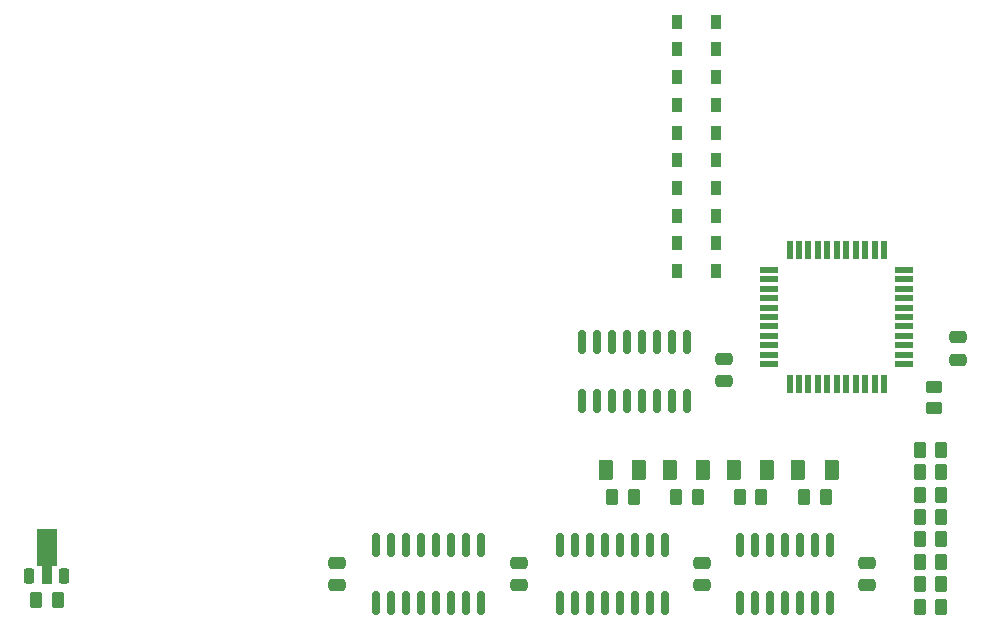
<source format=gbr>
%TF.GenerationSoftware,KiCad,Pcbnew,8.0.1*%
%TF.CreationDate,2024-06-09T22:48:08+01:00*%
%TF.ProjectId,BBC-USBSlim,4242432d-5553-4425-936c-696d2e6b6963,rev?*%
%TF.SameCoordinates,Original*%
%TF.FileFunction,Paste,Top*%
%TF.FilePolarity,Positive*%
%FSLAX46Y46*%
G04 Gerber Fmt 4.6, Leading zero omitted, Abs format (unit mm)*
G04 Created by KiCad (PCBNEW 8.0.1) date 2024-06-09 22:48:08*
%MOMM*%
%LPD*%
G01*
G04 APERTURE LIST*
G04 Aperture macros list*
%AMRoundRect*
0 Rectangle with rounded corners*
0 $1 Rounding radius*
0 $2 $3 $4 $5 $6 $7 $8 $9 X,Y pos of 4 corners*
0 Add a 4 corners polygon primitive as box body*
4,1,4,$2,$3,$4,$5,$6,$7,$8,$9,$2,$3,0*
0 Add four circle primitives for the rounded corners*
1,1,$1+$1,$2,$3*
1,1,$1+$1,$4,$5*
1,1,$1+$1,$6,$7*
1,1,$1+$1,$8,$9*
0 Add four rect primitives between the rounded corners*
20,1,$1+$1,$2,$3,$4,$5,0*
20,1,$1+$1,$4,$5,$6,$7,0*
20,1,$1+$1,$6,$7,$8,$9,0*
20,1,$1+$1,$8,$9,$2,$3,0*%
%AMFreePoly0*
4,1,9,3.862500,-0.866500,0.737500,-0.866500,0.737500,-0.450000,-0.737500,-0.450000,-0.737500,0.450000,0.737500,0.450000,0.737500,0.866500,3.862500,0.866500,3.862500,-0.866500,3.862500,-0.866500,$1*%
G04 Aperture macros list end*
%ADD10RoundRect,0.250000X0.262500X0.450000X-0.262500X0.450000X-0.262500X-0.450000X0.262500X-0.450000X0*%
%ADD11R,0.550000X1.500000*%
%ADD12R,1.500000X0.550000*%
%ADD13RoundRect,0.250000X0.375000X0.625000X-0.375000X0.625000X-0.375000X-0.625000X0.375000X-0.625000X0*%
%ADD14R,0.900000X1.200000*%
%ADD15RoundRect,0.250000X-0.262500X-0.450000X0.262500X-0.450000X0.262500X0.450000X-0.262500X0.450000X0*%
%ADD16RoundRect,0.250000X-0.475000X0.250000X-0.475000X-0.250000X0.475000X-0.250000X0.475000X0.250000X0*%
%ADD17RoundRect,0.225000X0.225000X-0.425000X0.225000X0.425000X-0.225000X0.425000X-0.225000X-0.425000X0*%
%ADD18FreePoly0,90.000000*%
%ADD19RoundRect,0.250000X0.450000X-0.262500X0.450000X0.262500X-0.450000X0.262500X-0.450000X-0.262500X0*%
%ADD20RoundRect,0.150000X0.150000X-0.825000X0.150000X0.825000X-0.150000X0.825000X-0.150000X-0.825000X0*%
%ADD21RoundRect,0.250000X0.475000X-0.250000X0.475000X0.250000X-0.475000X0.250000X-0.475000X-0.250000X0*%
G04 APERTURE END LIST*
D10*
%TO.C,R14*%
X153750000Y-112575000D03*
X151925000Y-112575000D03*
%TD*%
D11*
%TO.C,U6*%
X148900000Y-95650000D03*
X148100000Y-95650000D03*
X147300000Y-95650000D03*
X146500000Y-95650000D03*
X145700000Y-95650000D03*
X144900000Y-95650000D03*
X144100000Y-95650000D03*
X143300000Y-95650000D03*
X142500000Y-95650000D03*
X141700000Y-95650000D03*
X140900000Y-95650000D03*
D12*
X139200000Y-97350000D03*
X139200000Y-98150000D03*
X139200000Y-98950000D03*
X139200000Y-99750000D03*
X139200000Y-100550000D03*
X139200000Y-101350000D03*
X139200000Y-102150000D03*
X139200000Y-102950000D03*
X139200000Y-103750000D03*
X139200000Y-104550000D03*
X139200000Y-105350000D03*
D11*
X140900000Y-107050000D03*
X141700000Y-107050000D03*
X142500000Y-107050000D03*
X143300000Y-107050000D03*
X144100000Y-107050000D03*
X144900000Y-107050000D03*
X145700000Y-107050000D03*
X146500000Y-107050000D03*
X147300000Y-107050000D03*
X148100000Y-107050000D03*
X148900000Y-107050000D03*
D12*
X150600000Y-105350000D03*
X150600000Y-104550000D03*
X150600000Y-103750000D03*
X150600000Y-102950000D03*
X150600000Y-102150000D03*
X150600000Y-101350000D03*
X150600000Y-100550000D03*
X150600000Y-99750000D03*
X150600000Y-98950000D03*
X150600000Y-98150000D03*
X150600000Y-97350000D03*
%TD*%
D10*
%TO.C,R8*%
X153750000Y-123975000D03*
X151925000Y-123975000D03*
%TD*%
%TO.C,R3*%
X127718000Y-116550000D03*
X125893000Y-116550000D03*
%TD*%
D13*
%TO.C,D14*%
X128185500Y-114311000D03*
X125385500Y-114311000D03*
%TD*%
D14*
%TO.C,D6*%
X134650000Y-85730000D03*
X131350000Y-85730000D03*
%TD*%
D15*
%TO.C,R6*%
X77137500Y-125300000D03*
X78962500Y-125300000D03*
%TD*%
D10*
%TO.C,R7*%
X153750000Y-125875000D03*
X151925000Y-125875000D03*
%TD*%
D14*
%TO.C,D10*%
X134650000Y-76330000D03*
X131350000Y-76330000D03*
%TD*%
%TO.C,D3*%
X134650000Y-92780000D03*
X131350000Y-92780000D03*
%TD*%
D10*
%TO.C,R11*%
X153750000Y-118275000D03*
X151925000Y-118275000D03*
%TD*%
%TO.C,R13*%
X153750000Y-114475000D03*
X151925000Y-114475000D03*
%TD*%
D16*
%TO.C,C4*%
X133510000Y-122150000D03*
X133510000Y-124050000D03*
%TD*%
D14*
%TO.C,D7*%
X134650000Y-83380000D03*
X131350000Y-83380000D03*
%TD*%
D17*
%TO.C,Q1*%
X76500000Y-123250000D03*
D18*
X78000000Y-123162500D03*
D17*
X79500000Y-123250000D03*
%TD*%
D16*
%TO.C,C1*%
X102610000Y-122150000D03*
X102610000Y-124050000D03*
%TD*%
D19*
%TO.C,R4*%
X153150000Y-109062500D03*
X153150000Y-107237500D03*
%TD*%
D16*
%TO.C,C3*%
X135350000Y-104900000D03*
X135350000Y-106800000D03*
%TD*%
%TO.C,C5*%
X147460000Y-122150000D03*
X147460000Y-124050000D03*
%TD*%
D13*
%TO.C,D13*%
X133603500Y-114311000D03*
X130803500Y-114311000D03*
%TD*%
%TO.C,D11*%
X144453500Y-114311000D03*
X141653500Y-114311000D03*
%TD*%
D10*
%TO.C,R2*%
X133136000Y-116550000D03*
X131311000Y-116550000D03*
%TD*%
D14*
%TO.C,D1*%
X134650000Y-97430000D03*
X131350000Y-97430000D03*
%TD*%
D20*
%TO.C,U3*%
X123300000Y-108450000D03*
X124570000Y-108450000D03*
X125840000Y-108450000D03*
X127110000Y-108450000D03*
X128380000Y-108450000D03*
X129650000Y-108450000D03*
X130920000Y-108450000D03*
X132190000Y-108450000D03*
X132190000Y-103500000D03*
X130920000Y-103500000D03*
X129650000Y-103500000D03*
X128380000Y-103500000D03*
X127110000Y-103500000D03*
X125840000Y-103500000D03*
X124570000Y-103500000D03*
X123300000Y-103500000D03*
%TD*%
D14*
%TO.C,D4*%
X134650000Y-90430000D03*
X131350000Y-90430000D03*
%TD*%
D10*
%TO.C,R10*%
X153750000Y-120175000D03*
X151925000Y-120175000D03*
%TD*%
%TO.C,R12*%
X153750000Y-116375000D03*
X151925000Y-116375000D03*
%TD*%
D16*
%TO.C,C2*%
X117960000Y-122150000D03*
X117960000Y-124050000D03*
%TD*%
D10*
%TO.C,R1*%
X138518000Y-116550000D03*
X136693000Y-116550000D03*
%TD*%
D21*
%TO.C,C6*%
X155200000Y-104950000D03*
X155200000Y-103050000D03*
%TD*%
D20*
%TO.C,U1*%
X105850000Y-125575000D03*
X107120000Y-125575000D03*
X108390000Y-125575000D03*
X109660000Y-125575000D03*
X110930000Y-125575000D03*
X112200000Y-125575000D03*
X113470000Y-125575000D03*
X114740000Y-125575000D03*
X114740000Y-120625000D03*
X113470000Y-120625000D03*
X112200000Y-120625000D03*
X110930000Y-120625000D03*
X109660000Y-120625000D03*
X108390000Y-120625000D03*
X107120000Y-120625000D03*
X105850000Y-120625000D03*
%TD*%
D14*
%TO.C,D2*%
X134650000Y-95110000D03*
X131350000Y-95110000D03*
%TD*%
D15*
%TO.C,R5*%
X142161000Y-116561000D03*
X143986000Y-116561000D03*
%TD*%
D20*
%TO.C,U4*%
X136690000Y-125575000D03*
X137960000Y-125575000D03*
X139230000Y-125575000D03*
X140500000Y-125575000D03*
X141770000Y-125575000D03*
X143040000Y-125575000D03*
X144310000Y-125575000D03*
X144310000Y-120625000D03*
X143040000Y-120625000D03*
X141770000Y-120625000D03*
X140500000Y-120625000D03*
X139230000Y-120625000D03*
X137960000Y-120625000D03*
X136690000Y-120625000D03*
%TD*%
D14*
%TO.C,D8*%
X134650000Y-81030000D03*
X131350000Y-81030000D03*
%TD*%
D20*
%TO.C,U2*%
X121490000Y-125575000D03*
X122760000Y-125575000D03*
X124030000Y-125575000D03*
X125300000Y-125575000D03*
X126570000Y-125575000D03*
X127840000Y-125575000D03*
X129110000Y-125575000D03*
X130380000Y-125575000D03*
X130380000Y-120625000D03*
X129110000Y-120625000D03*
X127840000Y-120625000D03*
X126570000Y-120625000D03*
X125300000Y-120625000D03*
X124030000Y-120625000D03*
X122760000Y-120625000D03*
X121490000Y-120625000D03*
%TD*%
D10*
%TO.C,R9*%
X153750000Y-122075000D03*
X151925000Y-122075000D03*
%TD*%
D14*
%TO.C,D5*%
X134650000Y-88080000D03*
X131350000Y-88080000D03*
%TD*%
D13*
%TO.C,D12*%
X138985500Y-114311000D03*
X136185500Y-114311000D03*
%TD*%
D14*
%TO.C,D9*%
X134650000Y-78680000D03*
X131350000Y-78680000D03*
%TD*%
M02*

</source>
